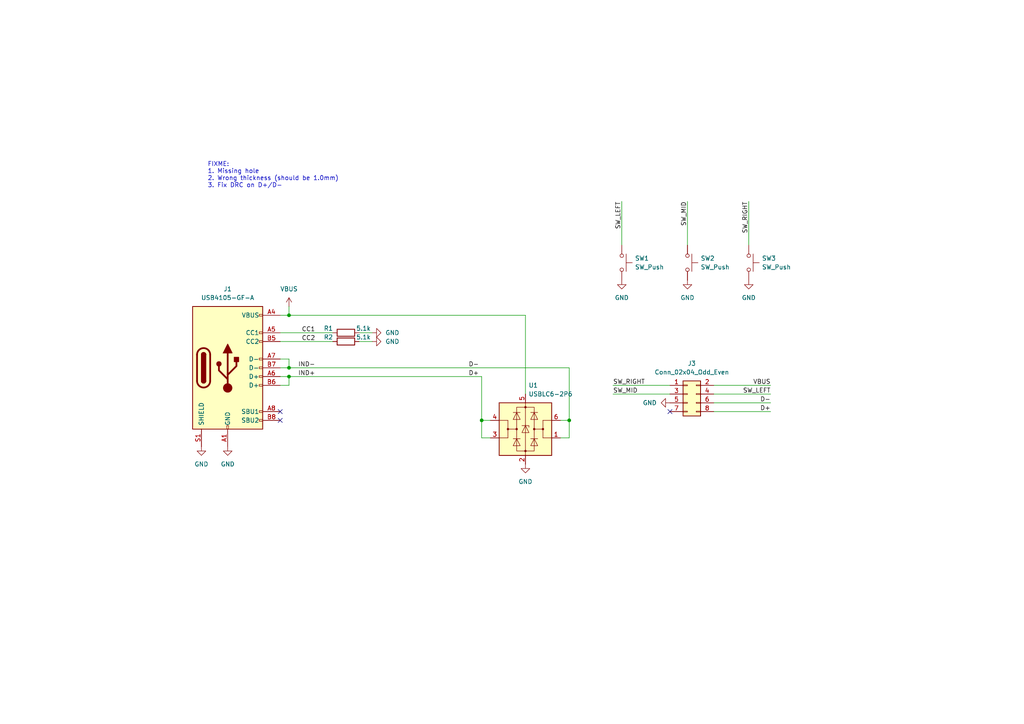
<source format=kicad_sch>
(kicad_sch (version 20231120) (generator "eeschema") (generator_version "8.0")
  (paper "A4")
  (lib_symbols
    (symbol "Connector:USB_C_Receptacle_USB2.0" (pin_names (offset 1.016))
      (property "Reference" "J" (at -10.16 19.05 0))
      (property "Value" "USB_C_Receptacle_USB2.0" (at 19.05 19.05 0))
      (symbol "USB_C_Receptacle_USB2.0_0_0"
        (rectangle (start -0.254 -17.78) (end 0.254 -16.764))
        (rectangle (start 10.16 -14.986) (end 9.144 -15.494))
        (rectangle (start 10.16 -12.446) (end 9.144 -12.954))
        (rectangle (start 10.16 -4.826) (end 9.144 -5.334))
        (rectangle (start 10.16 -2.286) (end 9.144 -2.794))
        (rectangle (start 10.16 0.254) (end 9.144 -0.254))
        (rectangle (start 10.16 2.794) (end 9.144 2.286))
        (rectangle (start 10.16 7.874) (end 9.144 7.366))
        (rectangle (start 10.16 10.414) (end 9.144 9.906))
        (rectangle (start 10.16 15.494) (end 9.144 14.986))
      )
      (symbol "USB_C_Receptacle_USB2.0_0_1"
        (rectangle (start -10.16 17.78) (end 10.16 -17.78) (stroke (width 0.254)) (fill (type background)))
        (arc (start -8.89 -3.81) (mid -6.985 -5.7067) (end -5.08 -3.81) (stroke (width 0.508)))
        (arc (start -7.62 -3.81) (mid -6.985 -4.4423) (end -6.35 -3.81) (stroke (width 0.254)))
        (arc (start -7.62 -3.81) (mid -6.985 -4.4423) (end -6.35 -3.81) (stroke (width 0.254)) (fill (type outline)))
        (rectangle (start -7.62 -3.81) (end -6.35 3.81) (stroke (width 0.254)) (fill (type outline)))
        (arc (start -6.35 3.81) (mid -6.985 4.4423) (end -7.62 3.81) (stroke (width 0.254)))
        (arc (start -6.35 3.81) (mid -6.985 4.4423) (end -7.62 3.81) (stroke (width 0.254)) (fill (type outline)))
        (arc (start -5.08 3.81) (mid -6.985 5.7067) (end -8.89 3.81) (stroke (width 0.508)))
        (circle (center -2.54 1.143) (radius 0.635) (stroke (width 0.254)) (fill (type outline)))
        (circle (center 0 -5.842) (radius 1.27) (fill (type outline)))
        (polyline (pts (xy -8.89 -3.81) (xy -8.89 3.81)) (stroke (width 0.508)))
        (polyline (pts (xy -5.08 3.81) (xy -5.08 -3.81)) (stroke (width 0.508)))
        (polyline (pts (xy 0 -5.842) (xy 0 4.318)) (stroke (width 0.508)))
        (polyline (pts (xy 0 -3.302) (xy -2.54 -0.762) (xy -2.54 0.508)) (stroke (width 0.508)))
        (polyline (pts (xy 0 -2.032) (xy 2.54 0.508) (xy 2.54 1.778)) (stroke (width 0.508)))
        (polyline (pts (xy -1.27 4.318) (xy 0 6.858) (xy 1.27 4.318) (xy -1.27 4.318)) (stroke (width 0.254)) (fill (type outline)))
        (rectangle (start 1.905 1.778) (end 3.175 3.048) (stroke (width 0.254)) (fill (type outline)))
      )
      (symbol "USB_C_Receptacle_USB2.0_1_1"
        (pin passive line (at 0 -22.86 90) (length 5.08) (name "GND") (number "A1"))
        (pin passive line (at 0 -22.86 90) (length 5.08) hide (name "GND") (number "A12"))
        (pin passive line (at 15.24 15.24 180) (length 5.08) (name "VBUS") (number "A4"))
        (pin bidirectional line (at 15.24 10.16 180) (length 5.08) (name "CC1") (number "A5"))
        (pin bidirectional line (at 15.24 -2.54 180) (length 5.08) (name "D+") (number "A6"))
        (pin bidirectional line (at 15.24 2.54 180) (length 5.08) (name "D-") (number "A7"))
        (pin bidirectional line (at 15.24 -12.7 180) (length 5.08) (name "SBU1") (number "A8"))
        (pin passive line (at 15.24 15.24 180) (length 5.08) hide (name "VBUS") (number "A9"))
        (pin passive line (at 0 -22.86 90) (length 5.08) hide (name "GND") (number "B1"))
        (pin passive line (at 0 -22.86 90) (length 5.08) hide (name "GND") (number "B12"))
        (pin passive line (at 15.24 15.24 180) (length 5.08) hide (name "VBUS") (number "B4"))
        (pin bidirectional line (at 15.24 7.62 180) (length 5.08) (name "CC2") (number "B5"))
        (pin bidirectional line (at 15.24 -5.08 180) (length 5.08) (name "D+") (number "B6"))
        (pin bidirectional line (at 15.24 0 180) (length 5.08) (name "D-") (number "B7"))
        (pin bidirectional line (at 15.24 -15.24 180) (length 5.08) (name "SBU2") (number "B8"))
        (pin passive line (at 15.24 15.24 180) (length 5.08) hide (name "VBUS") (number "B9"))
        (pin passive line (at -7.62 -22.86 90) (length 5.08) (name "SHIELD") (number "S1"))
      )
    )
    (symbol "Connector_Generic:Conn_02x04_Odd_Even" (pin_names (offset 1.016) hide)
      (property "Reference" "J" (at 1.27 5.08 0))
      (property "Value" "Conn_02x04_Odd_Even" (at 1.27 -7.62 0))
      (symbol "Conn_02x04_Odd_Even_1_1"
        (rectangle (start -1.27 -4.953) (end 0 -5.207) (stroke (width 0.1524)))
        (rectangle (start -1.27 -2.413) (end 0 -2.667) (stroke (width 0.1524)))
        (rectangle (start -1.27 0.127) (end 0 -0.127) (stroke (width 0.1524)))
        (rectangle (start -1.27 2.667) (end 0 2.413) (stroke (width 0.1524)))
        (rectangle (start -1.27 3.81) (end 3.81 -6.35) (stroke (width 0.254)) (fill (type background)))
        (rectangle (start 3.81 -4.953) (end 2.54 -5.207) (stroke (width 0.1524)))
        (rectangle (start 3.81 -2.413) (end 2.54 -2.667) (stroke (width 0.1524)))
        (rectangle (start 3.81 0.127) (end 2.54 -0.127) (stroke (width 0.1524)))
        (rectangle (start 3.81 2.667) (end 2.54 2.413) (stroke (width 0.1524)))
        (pin passive line (at -5.08 2.54 0) (length 3.81) (name "Pin_1") (number "1"))
        (pin passive line (at 7.62 2.54 180) (length 3.81) (name "Pin_2") (number "2"))
        (pin passive line (at -5.08 0 0) (length 3.81) (name "Pin_3") (number "3"))
        (pin passive line (at 7.62 0 180) (length 3.81) (name "Pin_4") (number "4"))
        (pin passive line (at -5.08 -2.54 0) (length 3.81) (name "Pin_5") (number "5"))
        (pin passive line (at 7.62 -2.54 180) (length 3.81) (name "Pin_6") (number "6"))
        (pin passive line (at -5.08 -5.08 0) (length 3.81) (name "Pin_7") (number "7"))
        (pin passive line (at 7.62 -5.08 180) (length 3.81) (name "Pin_8") (number "8"))
      )
    )
    (symbol "Device:R" (pin_numbers hide) (pin_names (offset 0))
      (property "Reference" "R" (at 2.032 0 90))
      (property "Value" "R" (at 0 0 90))
      (symbol "R_0_1"
        (rectangle (start -1.016 -2.54) (end 1.016 2.54) (stroke (width 0.254)))
      )
      (symbol "R_1_1"
        (pin passive line (at 0 3.81 270) (length 1.27) (name "~") (number "1"))
        (pin passive line (at 0 -3.81 90) (length 1.27) (name "~") (number "2"))
      )
    )
    (symbol "Power_Protection:USBLC6-2P6" (pin_names hide)
      (property "Reference" "U" (at 2.54 8.89 0))
      (property "Value" "USBLC6-2P6" (at 2.54 -8.89 0))
      (symbol "USBLC6-2P6_0_1"
        (rectangle (start -7.62 -7.62) (end 7.62 7.62) (stroke (width 0.254)) (fill (type background)))
        (circle (center -5.08 0) (radius 0.254) (fill (type outline)))
        (circle (center -2.54 0) (radius 0.254) (fill (type outline)))
        (rectangle (start -2.54 6.35) (end 2.54 -6.35))
        (circle (center 0 -6.35) (radius 0.254) (fill (type outline)))
        (polyline (pts (xy -5.08 -2.54) (xy -7.62 -2.54)))
        (polyline (pts (xy -5.08 0) (xy -5.08 -2.54)))
        (polyline (pts (xy -5.08 2.54) (xy -7.62 2.54)))
        (polyline (pts (xy -1.524 -2.794) (xy -3.556 -2.794)))
        (polyline (pts (xy -1.524 4.826) (xy -3.556 4.826)))
        (polyline (pts (xy 0 -7.62) (xy 0 -6.35)))
        (polyline (pts (xy 0 -6.35) (xy 0 1.27)))
        (polyline (pts (xy 0 1.27) (xy 0 6.35)))
        (polyline (pts (xy 0 6.35) (xy 0 7.62)))
        (polyline (pts (xy 1.524 -2.794) (xy 3.556 -2.794)))
        (polyline (pts (xy 1.524 4.826) (xy 3.556 4.826)))
        (polyline (pts (xy 5.08 -2.54) (xy 7.62 -2.54)))
        (polyline (pts (xy 5.08 0) (xy 5.08 -2.54)))
        (polyline (pts (xy 5.08 2.54) (xy 7.62 2.54)))
        (polyline (pts (xy -2.54 0) (xy -5.08 0) (xy -5.08 2.54)))
        (polyline (pts (xy 2.54 0) (xy 5.08 0) (xy 5.08 2.54)))
        (polyline (pts (xy -3.556 -4.826) (xy -1.524 -4.826) (xy -2.54 -2.794) (xy -3.556 -4.826)))
        (polyline (pts (xy -3.556 2.794) (xy -1.524 2.794) (xy -2.54 4.826) (xy -3.556 2.794)))
        (polyline (pts (xy -1.016 -1.016) (xy 1.016 -1.016) (xy 0 1.016) (xy -1.016 -1.016)))
        (polyline (pts (xy 1.016 1.016) (xy 0.762 1.016) (xy -1.016 1.016) (xy -1.016 0.508)))
        (polyline (pts (xy 3.556 -4.826) (xy 1.524 -4.826) (xy 2.54 -2.794) (xy 3.556 -4.826)))
        (polyline (pts (xy 3.556 2.794) (xy 1.524 2.794) (xy 2.54 4.826) (xy 3.556 2.794)))
        (circle (center 0 6.35) (radius 0.254) (fill (type outline)))
        (circle (center 2.54 0) (radius 0.254) (fill (type outline)))
        (circle (center 5.08 0) (radius 0.254) (fill (type outline)))
      )
      (symbol "USBLC6-2P6_1_1"
        (pin passive line (at -10.16 -2.54 0) (length 2.54) (name "I/O1") (number "1"))
        (pin passive line (at 0 -10.16 90) (length 2.54) (name "GND") (number "2"))
        (pin passive line (at 10.16 -2.54 180) (length 2.54) (name "I/O2") (number "3"))
        (pin passive line (at 10.16 2.54 180) (length 2.54) (name "I/O2") (number "4"))
        (pin passive line (at 0 10.16 270) (length 2.54) (name "VBUS") (number "5"))
        (pin passive line (at -10.16 2.54 0) (length 2.54) (name "I/O1") (number "6"))
      )
    )
    (symbol "Switch:SW_Push" (pin_numbers hide) (pin_names (offset 1.016) hide)
      (property "Reference" "SW" (at 1.27 2.54 0))
      (property "Value" "SW_Push" (at 0 -1.524 0))
      (symbol "SW_Push_0_1"
        (circle (center -2.032 0) (radius 0.508))
        (polyline (pts (xy 0 1.27) (xy 0 3.048)))
        (polyline (pts (xy 2.54 1.27) (xy -2.54 1.27)))
        (circle (center 2.032 0) (radius 0.508))
        (pin passive line (at -5.08 0 0) (length 2.54) (name "1") (number "1"))
        (pin passive line (at 5.08 0 180) (length 2.54) (name "2") (number "2"))
      )
    )
    (symbol "power:GND" (power) (pin_names (offset 0))
      (property "Value" "GND" (at 0 -3.81 0))
      (symbol "GND_0_1"
        (polyline (pts (xy 0 0) (xy 0 -1.27) (xy 1.27 -1.27) (xy 0 -2.54) (xy -1.27 -1.27) (xy 0 -1.27)))
      )
      (symbol "GND_1_1"
        (pin power_in line (at 0 0 270) (length 0) hide (name "GND") (number "1"))
      )
    )
    (symbol "power:VBUS" (power) (pin_names (offset 0))
      (property "Value" "VBUS" (at 0 3.81 0))
      (symbol "VBUS_0_1"
        (polyline (pts (xy -0.762 1.27) (xy 0 2.54)))
        (polyline (pts (xy 0 0) (xy 0 2.54)))
        (polyline (pts (xy 0 2.54) (xy 0.762 1.27)))
      )
      (symbol "VBUS_1_1"
        (pin power_in line (at 0 0 90) (length 0) hide (name "VBUS") (number "1"))
      )
    )
  )
  (junction (at 83.82 91.44))
  (junction (at 83.82 109.22))
  (junction (at 165.1 121.92))
  (junction (at 139.7 121.92))
  (junction (at 83.82 106.68))
  (no_connect (at 194.31 119.38))
  (no_connect (at 81.28 121.92))
  (no_connect (at 81.28 119.38))
  (wire (pts (xy 223.52 116.84) (xy 207.01 116.84)))
  (wire (pts (xy 139.7 127) (xy 139.7 121.92)))
  (wire (pts (xy 180.34 58.42) (xy 180.34 71.12)))
  (wire (pts (xy 152.4 114.3) (xy 152.4 91.44)))
  (wire (pts (xy 81.28 96.52) (xy 96.52 96.52)))
  (wire (pts (xy 217.17 58.42) (xy 217.17 71.12)))
  (wire (pts (xy 152.4 91.44) (xy 83.82 91.44)))
  (wire (pts (xy 139.7 121.92) (xy 142.24 121.92)))
  (wire (pts (xy 83.82 88.9) (xy 83.82 91.44)))
  (wire (pts (xy 223.52 111.76) (xy 207.01 111.76)))
  (wire (pts (xy 83.82 109.22) (xy 139.7 109.22)))
  (wire (pts (xy 104.14 96.52) (xy 107.95 96.52)))
  (wire (pts (xy 142.24 127) (xy 139.7 127)))
  (wire (pts (xy 165.1 127) (xy 165.1 121.92)))
  (wire (pts (xy 104.14 99.06) (xy 107.95 99.06)))
  (wire (pts (xy 162.56 121.92) (xy 165.1 121.92)))
  (wire (pts (xy 177.8 111.76) (xy 194.31 111.76)))
  (wire (pts (xy 83.82 106.68) (xy 165.1 106.68)))
  (wire (pts (xy 199.39 58.42) (xy 199.39 71.12)))
  (wire (pts (xy 223.52 119.38) (xy 207.01 119.38)))
  (wire (pts (xy 139.7 121.92) (xy 139.7 109.22)))
  (wire (pts (xy 81.28 106.68) (xy 83.82 106.68)))
  (wire (pts (xy 83.82 109.22) (xy 83.82 111.76)))
  (wire (pts (xy 165.1 121.92) (xy 165.1 106.68)))
  (wire (pts (xy 81.28 91.44) (xy 83.82 91.44)))
  (wire (pts (xy 81.28 109.22) (xy 83.82 109.22)))
  (wire (pts (xy 177.8 114.3) (xy 194.31 114.3)))
  (wire (pts (xy 162.56 127) (xy 165.1 127)))
  (wire (pts (xy 81.28 111.76) (xy 83.82 111.76)))
  (wire (pts (xy 83.82 104.14) (xy 83.82 106.68)))
  (wire (pts (xy 81.28 104.14) (xy 83.82 104.14)))
  (wire (pts (xy 223.52 114.3) (xy 207.01 114.3)))
  (wire (pts (xy 81.28 99.06) (xy 96.52 99.06)))
  (text "FIXME:\n1. Missing hole\n2. Wrong thickness (should be 1.0mm)\n3. Fix DRC on D+/D-" (at 60.198 46.99 0) (effects (font (size 1.27 1.27)) (justify left top)))
  (label "SW_RIGHT" (at 217.17 58.42 270))
  (label "D-" (at 223.52 116.84 180))
  (label "SW_MID" (at 199.39 58.42 270))
  (label "SW_RIGHT" (at 177.8 111.76 0))
  (label "IND+" (at 91.44 109.22 180))
  (label "D-" (at 135.89 106.68 0))
  (label "CC2" (at 91.44 99.06 180))
  (label "SW_MID" (at 177.8 114.3 0))
  (label "D+" (at 135.89 109.22 0))
  (label "SW_LEFT" (at 180.34 58.42 270))
  (label "VBUS" (at 223.52 111.76 180))
  (label "CC1" (at 91.44 96.52 180))
  (label "SW_LEFT" (at 223.52 114.3 180))
  (label "D+" (at 223.52 119.38 180))
  (label "IND-" (at 91.44 106.68 180))
  (symbol (lib_id "power:GND") (at 58.42 129.54 0) (unit 1)
    (property "Reference" "#PWR02" (effects (hide yes)))
    (property "Value" "GND" (at 58.42 134.62 0))
  )
  (symbol (lib_id "Power_Protection:USBLC6-2P6") (at 152.4 124.46 0) (mirror y) (unit 1)
    (property "Reference" "U1" (at 153.2889 111.76 0) (effects (justify right)))
    (property "Value" "USBLC6-2P6" (at 153.2889 114.3 0) (effects (justify right)))
    (property "Footprint" "Package_TO_SOT_SMD:SOT-666" (effects (hide yes)))
    (property "Datasheet" "https://www.st.com/resource/en/datasheet/usblc6-2.pdf" (effects (hide yes)))
  )
  (symbol (lib_id "power:GND") (at 180.34 81.28 0) (unit 1)
    (property "Reference" "#PWR012" (effects (hide yes)))
    (property "Value" "GND" (at 180.34 86.36 0))
  )
  (symbol (lib_id "power:GND") (at 217.17 81.28 0) (unit 1)
    (property "Reference" "#PWR014" (effects (hide yes)))
    (property "Value" "GND" (at 217.17 86.36 0))
  )
  (symbol (lib_id "power:GND") (at 199.39 81.28 0) (unit 1)
    (property "Reference" "#PWR013" (effects (hide yes)))
    (property "Value" "GND" (at 199.39 86.36 0))
  )
  (symbol (lib_id "Switch:SW_Push") (at 217.17 76.2 270) (mirror x) (unit 1)
    (property "Reference" "SW3" (at 220.98 74.93 90) (effects (justify left)))
    (property "Value" "SW_Push" (at 220.98 77.47 90) (effects (justify left)))
    (property "Footprint" "Library:D2FC" (effects (hide yes)))
  )
  (symbol (lib_id "Connector_Generic:Conn_02x04_Odd_Even") (at 199.39 114.3 0) (unit 1)
    (property "Reference" "J3" (at 200.66 105.41 0))
    (property "Value" "Conn_02x04_Odd_Even" (at 200.66 107.95 0))
    (property "Footprint" "Connector_PinHeader_1.27mm:PinHeader_2x04_P1.27mm_Vertical" (effects (hide yes)))
  )
  (symbol (lib_id "Connector:USB_C_Receptacle_USB2.0") (at 66.04 106.68 0) (unit 1)
    (property "Reference" "J1" (at 66.04 83.82 0))
    (property "Value" "USB4105-GF-A" (at 66.04 86.36 0))
    (property "Footprint" "Connector_USB:USB_C_Receptacle_GCT_USB4105-xx-A_16P_TopMnt_Horizontal" (effects (hide yes)))
    (property "Datasheet" "https://www.tme.eu/pl/details/usb4105-gf-a/zlacza-usb-i-ieee1394/global-connector-technology-gct/" (effects (hide yes)))
  )
  (symbol (lib_id "power:GND") (at 107.95 99.06 90) (unit 1)
    (property "Reference" "#PWR04" (effects (hide yes)))
    (property "Value" "GND" (at 111.76 99.06 90) (effects (justify right)))
  )
  (symbol (lib_id "power:GND") (at 152.4 134.62 0) (unit 1)
    (property "Reference" "#PWR010" (effects (hide yes)))
    (property "Value" "GND" (at 152.4 139.7 0))
  )
  (symbol (lib_id "Switch:SW_Push") (at 199.39 76.2 270) (mirror x) (unit 1)
    (property "Reference" "SW2" (at 203.2 74.93 90) (effects (justify left)))
    (property "Value" "SW_Push" (at 203.2 77.47 90) (effects (justify left)))
    (property "Footprint" "Library:D2FC" (effects (hide yes)))
  )
  (symbol (lib_id "Switch:SW_Push") (at 180.34 76.2 270) (mirror x) (unit 1)
    (property "Reference" "SW1" (at 184.15 74.93 90) (effects (justify left)))
    (property "Value" "SW_Push" (at 184.15 77.47 90) (effects (justify left)))
    (property "Footprint" "Library:D2FC" (effects (hide yes)))
  )
  (symbol (lib_id "power:GND") (at 107.95 96.52 90) (unit 1)
    (property "Reference" "#PWR03" (effects (hide yes)))
    (property "Value" "GND" (at 111.76 96.52 90) (effects (justify right)))
  )
  (symbol (lib_id "power:GND") (at 66.04 129.54 0) (unit 1)
    (property "Reference" "#PWR01" (effects (hide yes)))
    (property "Value" "GND" (at 66.04 134.62 0))
  )
  (symbol (lib_id "Device:R") (at 100.33 96.52 90) (unit 1)
    (property "Reference" "R1" (at 95.25 95.25 90))
    (property "Value" "5.1k" (at 105.41 95.25 90))
    (property "Footprint" "Resistor_SMD:R_0402_1005Metric" (effects (hide yes)))
  )
  (symbol (lib_id "Device:R") (at 100.33 99.06 90) (unit 1)
    (property "Reference" "R2" (at 95.25 97.79 90))
    (property "Value" "5.1k" (at 105.41 97.79 90))
    (property "Footprint" "Resistor_SMD:R_0402_1005Metric" (effects (hide yes)))
  )
  (symbol (lib_id "power:GND") (at 194.31 116.84 270) (unit 1)
    (property "Reference" "#PWR011" (effects (hide yes)))
    (property "Value" "GND" (at 190.5 116.84 90) (effects (justify right)))
  )
  (symbol (lib_id "power:VBUS") (at 83.82 88.9 0) (unit 1)
    (property "Reference" "#PWR05" (effects (hide yes)))
    (property "Value" "VBUS" (at 83.82 83.82 0))
  )
)
</source>
